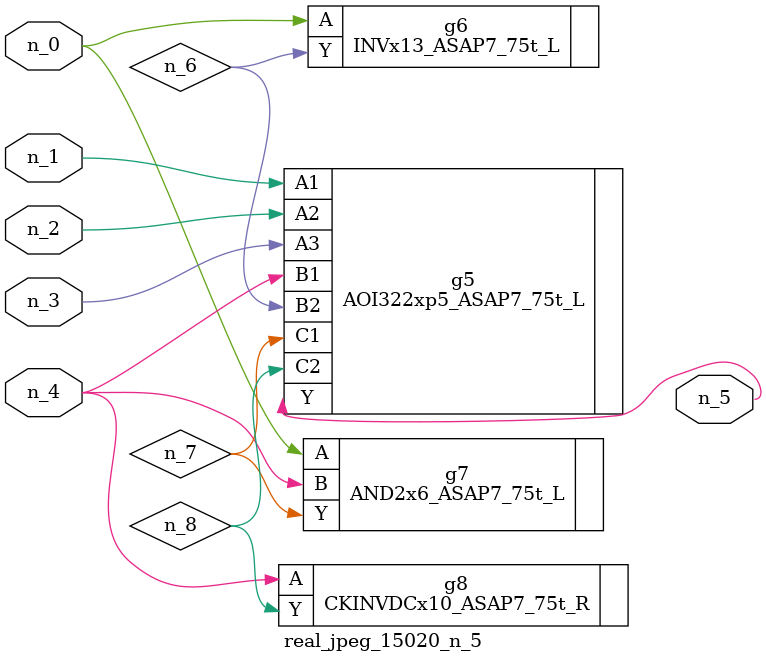
<source format=v>
module real_jpeg_15020_n_5 (n_4, n_0, n_1, n_2, n_3, n_5);

input n_4;
input n_0;
input n_1;
input n_2;
input n_3;

output n_5;

wire n_8;
wire n_6;
wire n_7;

INVx13_ASAP7_75t_L g6 ( 
.A(n_0),
.Y(n_6)
);

AND2x6_ASAP7_75t_L g7 ( 
.A(n_0),
.B(n_4),
.Y(n_7)
);

AOI322xp5_ASAP7_75t_L g5 ( 
.A1(n_1),
.A2(n_2),
.A3(n_3),
.B1(n_4),
.B2(n_6),
.C1(n_7),
.C2(n_8),
.Y(n_5)
);

CKINVDCx10_ASAP7_75t_R g8 ( 
.A(n_4),
.Y(n_8)
);


endmodule
</source>
